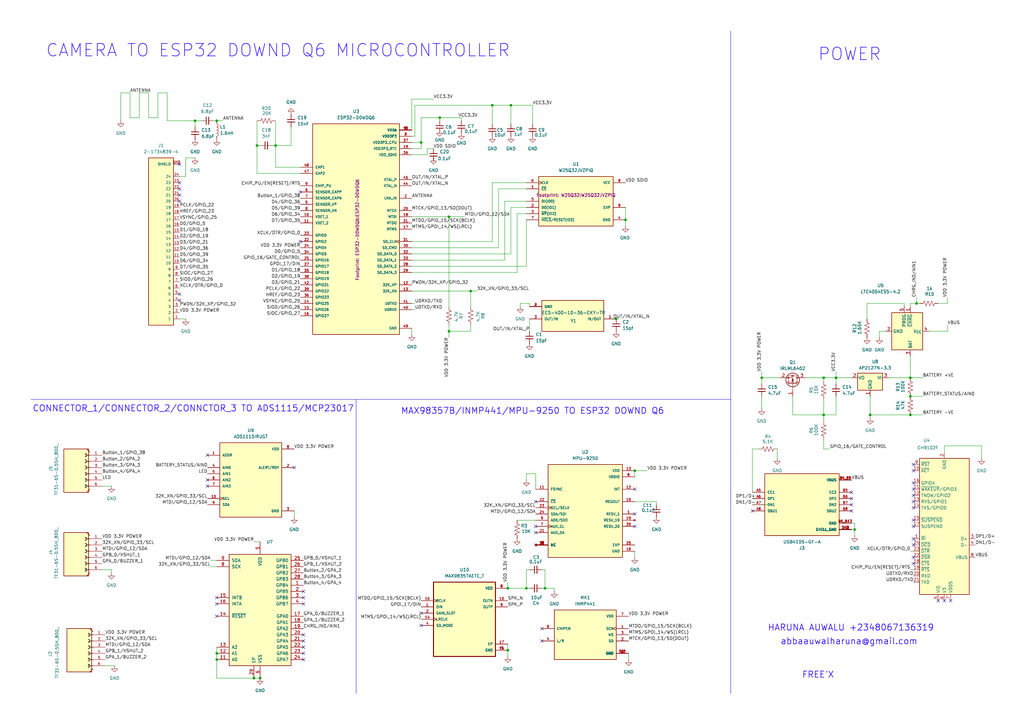
<source format=kicad_sch>
(kicad_sch (version 20231120) (generator "eeschema") (generator_version "8.0")
  (paper "A3")
  (title_block (date "2025-03-06"))
  (junction (at 215.9 241.3))
  (junction (at 88.9 49.53))
  (junction (at 312.42 154.94))
  (junction (at 184.15 135.89))
  (junction (at 256.54 90.17))
  (junction (at 113.03 59.69))
  (junction (at 208.28 266.7))
  (junction (at 184.15 88.9))
  (junction (at 80.01 49.53))
  (junction (at 373.38 170.18))
  (junction (at 375.92 124.46))
  (junction (at 208.28 241.3))
  (junction (at 342.9 154.94))
  (junction (at 337.82 154.94))
  (junction (at 104.14 278.13))
  (junction (at 223.52 241.3))
  (junction (at 88.9 270.51))
  (junction (at 172.72 58.42))
  (junction (at 106.68 278.13))
  (junction (at 260.35 193.04))
  (junction (at 201.93 43.18))
  (junction (at 252.73 130.81))
  (junction (at 373.38 162.56))
  (junction (at 373.38 154.94))
  (junction (at 193.04 119.38))
  (junction (at 209.55 43.18))
  (junction (at 88.9 267.97))
  (junction (at 350.52 217.17))
  (junction (at 105.41 59.69))
  (junction (at 337.82 170.18))
  (junction (at 356.87 170.18))
  (junction (at 180.34 48.26))
  (no_connect (at 73.66 77.47))
  (no_connect (at 387.35 246.38))
  (no_connect (at 374.65 228.6))
  (no_connect (at 349.25 204.47))
  (no_connect (at 88.9 252.73))
  (no_connect (at 219.71 205.74))
  (no_connect (at 85.09 199.39))
  (no_connect (at 308.61 209.55))
  (no_connect (at 85.09 186.69))
  (no_connect (at 222.25 257.81))
  (no_connect (at 85.09 196.85))
  (no_connect (at 88.9 245.11))
  (no_connect (at 73.66 74.93))
  (no_connect (at 172.72 251.46))
  (no_connect (at 374.65 208.28))
  (no_connect (at 124.46 267.97))
  (no_connect (at 260.35 200.66))
  (no_connect (at 222.25 262.89))
  (no_connect (at 73.66 67.31))
  (no_connect (at 124.46 262.89))
  (no_connect (at 124.46 260.35))
  (no_connect (at 374.65 223.52))
  (no_connect (at 73.66 82.55))
  (no_connect (at 374.65 190.5))
  (no_connect (at 120.65 191.77))
  (no_connect (at 219.71 215.9))
  (no_connect (at 374.65 203.2))
  (no_connect (at 374.65 193.04))
  (no_connect (at 389.89 246.38))
  (no_connect (at 349.25 201.93))
  (no_connect (at 124.46 265.43))
  (no_connect (at 349.25 209.55))
  (no_connect (at 260.35 215.9))
  (no_connect (at 123.19 99.06))
  (no_connect (at 374.65 213.36))
  (no_connect (at 124.46 245.11))
  (no_connect (at 124.46 247.65))
  (no_connect (at 73.66 123.19))
  (no_connect (at 260.35 210.82))
  (no_connect (at 73.66 120.65))
  (no_connect (at 374.65 231.14))
  (no_connect (at 374.65 198.12))
  (no_connect (at 349.25 207.01))
  (no_connect (at 124.46 270.51))
  (no_connect (at 219.71 218.44))
  (no_connect (at 374.65 220.98))
  (no_connect (at 88.9 247.65))
  (no_connect (at 73.66 80.01))
  (no_connect (at 123.19 78.74))
  (no_connect (at 124.46 242.57))
  (no_connect (at 374.65 200.66))
  (no_connect (at 384.81 246.38))
  (no_connect (at 374.65 205.74))
  (no_connect (at 172.72 256.54))
  (no_connect (at 374.65 215.9))
  (wire (pts (xy 113.03 49.53) (xy 113.03 59.69)))
  (wire (pts (xy 41.91 233.68) (xy 45.72 233.68)))
  (wire (pts (xy 375.92 124.46) (xy 377.19 124.46)))
  (wire (pts (xy 355.6 124.46) (xy 355.6 130.81)))
  (wire (pts (xy 168.91 58.42) (xy 172.72 58.42)))
  (wire (pts (xy 337.82 170.18) (xy 342.9 170.18)))
  (wire (pts (xy 87.63 49.53) (xy 88.9 49.53)))
  (wire (pts (xy 373.38 170.18) (xy 356.87 170.18)))
  (wire (pts (xy 215.9 233.68) (xy 215.9 241.3)))
  (wire (pts (xy 349.25 214.63) (xy 350.52 214.63)))
  (wire (pts (xy 325.12 170.18) (xy 337.82 170.18)))
  (wire (pts (xy 212.09 87.63) (xy 215.9 87.63)))
  (wire (pts (xy 201.93 43.18) (xy 201.93 50.8)))
  (wire (pts (xy 218.44 50.8) (xy 218.44 43.18)))
  (wire (pts (xy 172.72 60.96) (xy 172.72 58.42)))
  (wire (pts (xy 388.62 124.46) (xy 388.62 121.92)))
  (wire (pts (xy 190.5 88.9) (xy 184.15 88.9)))
  (wire (pts (xy 373.38 154.94) (xy 364.49 154.94)))
  (wire (pts (xy 184.15 88.9) (xy 168.91 88.9)))
  (wire (pts (xy 49.53 38.1) (xy 49.53 49.53)))
  (wire (pts (xy 170.18 127) (xy 168.91 127)))
  (wire (pts (xy 76.2 72.39) (xy 76.2 64.77)))
  (wire (pts (xy 57.15 48.26) (xy 53.34 48.26)))
  (wire (pts (xy 312.42 167.64) (xy 312.42 162.56)))
  (wire (pts (xy 373.38 146.05) (xy 373.38 154.94)))
  (wire (pts (xy 180.34 48.26) (xy 180.34 49.53)))
  (wire (pts (xy 73.66 72.39) (xy 76.2 72.39)))
  (wire (pts (xy 88.9 265.43) (xy 88.9 267.97)))
  (wire (pts (xy 227.33 241.3) (xy 223.52 241.3)))
  (wire (pts (xy 207.01 82.55) (xy 215.9 82.55)))
  (wire (pts (xy 387.35 182.88) (xy 402.59 182.88)))
  (wire (pts (xy 170.18 55.88) (xy 168.91 55.88)))
  (wire (pts (xy 215.9 194.31) (xy 219.71 194.31)))
  (wire (pts (xy 373.38 125.73) (xy 373.38 124.46)))
  (wire (pts (xy 215.9 233.68) (xy 217.17 233.68)))
  (wire (pts (xy 175.26 60.96) (xy 177.8 60.96)))
  (wire (pts (xy 222.25 233.68) (xy 223.52 233.68)))
  (wire (pts (xy 86.36 232.41) (xy 88.9 232.41)))
  (wire (pts (xy 309.88 204.47) (xy 308.61 204.47)))
  (wire (pts (xy 213.36 125.73) (xy 213.36 124.46)))
  (wire (pts (xy 373.38 170.18) (xy 378.46 170.18)))
  (wire (pts (xy 88.9 270.51) (xy 88.9 278.13)))
  (wire (pts (xy 208.28 264.16) (xy 208.28 266.7)))
  (wire (pts (xy 373.38 226.06) (xy 374.65 226.06)))
  (wire (pts (xy 168.91 111.76) (xy 212.09 111.76)))
  (wire (pts (xy 193.04 135.89) (xy 184.15 135.89)))
  (wire (pts (xy 168.91 101.6) (xy 204.47 101.6)))
  (wire (pts (xy 342.9 154.94) (xy 349.25 154.94)))
  (wire (pts (xy 60.96 38.1) (xy 57.15 38.1)))
  (wire (pts (xy 170.18 43.18) (xy 201.93 43.18)))
  (wire (pts (xy 53.34 48.26) (xy 53.34 38.1)))
  (wire (pts (xy 168.91 40.64) (xy 177.8 40.64)))
  (wire (pts (xy 217.17 130.81) (xy 217.17 135.89)))
  (wire (pts (xy 308.61 184.15) (xy 311.15 184.15)))
  (wire (pts (xy 195.58 119.38) (xy 193.04 119.38)))
  (wire (pts (xy 201.93 74.93) (xy 201.93 99.06)))
  (wire (pts (xy 215.9 194.31) (xy 215.9 196.85)))
  (wire (pts (xy 76.2 64.77) (xy 80.01 64.77)))
  (wire (pts (xy 168.91 99.06) (xy 201.93 99.06)))
  (wire (pts (xy 204.47 77.47) (xy 215.9 77.47)))
  (wire (pts (xy 53.34 38.1) (xy 49.53 38.1)))
  (wire (pts (xy 373.38 124.46) (xy 375.92 124.46)))
  (wire (pts (xy 337.82 163.83) (xy 337.82 170.18)))
  (wire (pts (xy 168.91 109.22) (xy 215.9 109.22)))
  (wire (pts (xy 207.01 106.68) (xy 207.01 82.55)))
  (wire (pts (xy 45.72 233.68) (xy 45.72 234.95)))
  (wire (pts (xy 120.65 209.55) (xy 120.65 212.09)))
  (wire (pts (xy 370.84 124.46) (xy 355.6 124.46)))
  (wire (pts (xy 172.72 48.26) (xy 172.72 58.42)))
  (wire (pts (xy 227.33 241.3) (xy 227.33 242.57)))
  (wire (pts (xy 64.77 48.26) (xy 60.96 48.26)))
  (wire (pts (xy 342.9 170.18) (xy 342.9 162.56)))
  (wire (pts (xy 73.66 130.81) (xy 76.2 130.81)))
  (wire (pts (xy 168.91 53.34) (xy 168.91 40.64)))
  (wire (pts (xy 260.35 226.06) (xy 260.35 228.6)))
  (wire (pts (xy 337.82 154.94) (xy 337.82 156.21)))
  (wire (pts (xy 342.9 152.4) (xy 342.9 154.94)))
  (wire (pts (xy 105.41 59.69) (xy 105.41 49.53)))
  (wire (pts (xy 212.09 213.36) (xy 219.71 213.36)))
  (wire (pts (xy 312.42 152.4) (xy 312.42 154.94)))
  (wire (pts (xy 177.8 66.04) (xy 177.8 64.77)))
  (wire (pts (xy 269.24 207.01) (xy 269.24 205.74)))
  (wire (pts (xy 119.38 59.69) (xy 113.03 59.69)))
  (wire (pts (xy 356.87 162.56) (xy 356.87 170.18)))
  (wire (pts (xy 215.9 85.09) (xy 209.55 85.09)))
  (wire (pts (xy 360.68 135.89) (xy 360.68 138.43)))
  (wire (pts (xy 215.9 109.22) (xy 215.9 90.17)))
  (wire (pts (xy 223.52 233.68) (xy 223.52 241.3)))
  (wire (pts (xy 41.91 199.39) (xy 45.72 199.39)))
  (wire (pts (xy 260.35 205.74) (xy 269.24 205.74)))
  (wire (pts (xy 170.18 124.46) (xy 168.91 124.46)))
  (wire (pts (xy 60.96 48.26) (xy 60.96 38.1)))
  (wire (pts (xy 184.15 135.89) (xy 184.15 133.35)))
  (polyline (pts (xy 146.05 163.83) (xy 299.72 163.83)))
  (wire (pts (xy 123.19 71.12) (xy 105.41 71.12)))
  (wire (pts (xy 57.15 38.1) (xy 57.15 48.26)))
  (wire (pts (xy 337.82 172.72) (xy 337.82 170.18)))
  (wire (pts (xy 105.41 59.69) (xy 106.68 59.69)))
  (wire (pts (xy 370.84 125.73) (xy 370.84 124.46)))
  (wire (pts (xy 180.34 53.34) (xy 180.34 54.61)))
  (wire (pts (xy 312.42 154.94) (xy 320.04 154.94)))
  (wire (pts (xy 388.62 135.89) (xy 381 135.89)))
  (wire (pts (xy 184.15 88.9) (xy 184.15 125.73)))
  (wire (pts (xy 213.36 124.46) (xy 217.17 124.46)))
  (wire (pts (xy 175.26 63.5) (xy 168.91 63.5)))
  (wire (pts (xy 212.09 111.76) (xy 212.09 87.63)))
  (wire (pts (xy 375.92 121.92) (xy 375.92 124.46)))
  (wire (pts (xy 222.25 241.3) (xy 223.52 241.3)))
  (wire (pts (xy 168.91 106.68) (xy 207.01 106.68)))
  (wire (pts (xy 193.04 133.35) (xy 193.04 135.89)))
  (wire (pts (xy 350.52 217.17) (xy 350.52 219.71)))
  (wire (pts (xy 402.59 182.88) (xy 402.59 187.96)))
  (wire (pts (xy 349.25 217.17) (xy 350.52 217.17)))
  (wire (pts (xy 208.28 266.7) (xy 208.28 269.24)))
  (wire (pts (xy 337.82 184.15) (xy 340.36 184.15)))
  (wire (pts (xy 252.73 130.81) (xy 251.46 130.81)))
  (wire (pts (xy 378.46 162.56) (xy 373.38 162.56)))
  (wire (pts (xy 330.2 154.94) (xy 337.82 154.94)))
  (wire (pts (xy 209.55 43.18) (xy 218.44 43.18)))
  (wire (pts (xy 68.58 38.1) (xy 68.58 49.53)))
  (wire (pts (xy 337.82 154.94) (xy 342.9 154.94)))
  (wire (pts (xy 113.03 68.58) (xy 123.19 68.58)))
  (wire (pts (xy 209.55 85.09) (xy 209.55 104.14)))
  (polyline (pts (xy 146.05 163.83) (xy 146.05 284.48)))
  (wire (pts (xy 215.9 74.93) (xy 201.93 74.93)))
  (wire (pts (xy 388.62 133.35) (xy 388.62 135.89)))
  (wire (pts (xy 184.15 135.89) (xy 184.15 138.43)))
  (wire (pts (xy 201.93 43.18) (xy 209.55 43.18)))
  (wire (pts (xy 219.71 194.31) (xy 219.71 200.66)))
  (wire (pts (xy 105.41 71.12) (xy 105.41 59.69)))
  (wire (pts (xy 356.87 170.18) (xy 356.87 171.45)))
  (wire (pts (xy 346.71 196.85) (xy 349.25 196.85)))
  (wire (pts (xy 119.38 52.07) (xy 119.38 59.69)))
  (wire (pts (xy 337.82 180.34) (xy 337.82 184.15)))
  (wire (pts (xy 193.04 119.38) (xy 193.04 125.73)))
  (wire (pts (xy 325.12 162.56) (xy 325.12 170.18)))
  (wire (pts (xy 350.52 214.63) (xy 350.52 217.17)))
  (wire (pts (xy 180.34 48.26) (xy 172.72 48.26)))
  (wire (pts (xy 373.38 233.68) (xy 374.65 233.68)))
  (wire (pts (xy 68.58 38.1) (xy 64.77 38.1)))
  (wire (pts (xy 257.81 267.97) (xy 257.81 270.51)))
  (wire (pts (xy 256.54 85.09) (xy 256.54 90.17)))
  (wire (pts (xy 68.58 49.53) (xy 80.01 49.53)))
  (wire (pts (xy 260.35 193.04) (xy 260.35 195.58)))
  (wire (pts (xy 342.9 154.94) (xy 342.9 157.48)))
  (wire (pts (xy 88.9 278.13) (xy 104.14 278.13)))
  (wire (pts (xy 170.18 43.18) (xy 170.18 55.88)))
  (wire (pts (xy 193.04 119.38) (xy 168.91 119.38)))
  (wire (pts (xy 113.03 59.69) (xy 113.03 68.58)))
  (wire (pts (xy 308.61 184.15) (xy 308.61 201.93)))
  (wire (pts (xy 104.14 278.13) (xy 106.68 278.13)))
  (wire (pts (xy 387.35 185.42) (xy 387.35 182.88)))
  (wire (pts (xy 215.9 241.3) (xy 217.17 241.3)))
  (wire (pts (xy 64.77 38.1) (xy 64.77 48.26)))
  (wire (pts (xy 46.99 273.05) (xy 43.18 273.05)))
  (wire (pts (xy 189.23 48.26) (xy 180.34 48.26)))
  (wire (pts (xy 312.42 157.48) (xy 312.42 154.94)))
  (wire (pts (xy 88.9 267.97) (xy 88.9 270.51)))
  (wire (pts (xy 189.23 49.53) (xy 189.23 48.26)))
  (wire (pts (xy 308.61 207.01) (xy 314.96 207.01)))
  (wire (pts (xy 204.47 101.6) (xy 204.47 77.47)))
  (wire (pts (xy 318.77 187.96) (xy 318.77 184.15)))
  (wire (pts (xy 80.01 49.53) (xy 82.55 49.53)))
  (wire (pts (xy 208.28 238.76) (xy 208.28 241.3)))
  (wire (pts (xy 168.91 134.62) (xy 168.91 137.16)))
  (wire (pts (xy 384.81 124.46) (xy 388.62 124.46)))
  (wire (pts (xy 209.55 43.18) (xy 209.55 50.8)))
  (wire (pts (xy 168.91 60.96) (xy 172.72 60.96)))
  (wire (pts (xy 378.46 154.94) (xy 373.38 154.94)))
  (wire (pts (xy 265.43 193.04) (xy 260.35 193.04)))
  (wire (pts (xy 80.01 49.53) (xy 80.01 52.07)))
  (wire (pts (xy 256.54 90.17) (xy 256.54 92.71)))
  (wire (pts (xy 88.9 49.53) (xy 91.44 49.53)))
  (wire (pts (xy 104.14 222.25) (xy 106.68 222.25)))
  (wire (pts (xy 175.26 60.96) (xy 175.26 63.5)))
  (polyline (pts (xy 299.72 12.7) (xy 299.72 163.83)))
  (wire (pts (xy 217.17 124.46) (xy 217.17 125.73)))
  (wire (pts (xy 86.36 229.87) (xy 88.9 229.87)))
  (wire (pts (xy 209.55 104.14) (xy 168.91 104.14)))
  (wire (pts (xy 360.68 135.89) (xy 363.22 135.89)))
  (polyline (pts (xy 12.7 163.83) (xy 146.05 163.83)))
  (wire (pts (xy 208.28 241.3) (xy 215.9 241.3)))
  (polyline (pts (xy 299.72 163.83) (xy 299.72 284.48)))
  (wire (pts (xy 111.76 59.69) (xy 113.03 59.69)))
  (text "HARUNA AUWALU +2348067136319" (exclude_from_sim yes) (at 348.996 257.556 0) (effects (font (size 2.54 2.54) (thickness 0.254) (bold yes))))
  (text "CONNECTOR_1/CONNECTOR_2/CONNCTOR_3 TO ADS1115/MCP23017\n" (exclude_from_sim yes) (at 79.248 167.64 0) (effects (font (size 2.54 2.54) (thickness 0.254) (bold yes))))
  (text "MAX98357B/INMP441/MPU-9250 TO ESP32 DOWND Q6\n" (exclude_from_sim yes) (at 218.44 168.656 0) (effects (font (size 2.54 2.54) (thickness 0.254) (bold yes))))
  (text "FREE'X" (exclude_from_sim yes) (at 335.534 276.86 0) (effects (font (size 2.54 2.54) (thickness 0.254) (bold yes))))
  (text "CAMERA TO ESP32 DOWND Q6 MICROCONTROLLER\n" (exclude_from_sim yes) (at 114.046 20.828 0) (effects (font (size 5.08 5.08) (thickness 0.254) (bold yes))))
  (text "abbaauwalharuna@gmail.com" (exclude_from_sim yes) (at 348.234 263.144 0) (effects (font (size 2.54 2.54) (thickness 0.254) (bold yes))))
  (text "POWER" (exclude_from_sim yes) (at 348.488 22.352 0) (effects (font (size 5.08 5.08) (thickness 0.254) (bold yes))))
  (label "OUT{slash}IN{slash}XTAL_N" (at 168.91 76.2 0))
  (label "SIOD{slash}GPIO_26" (at 73.66 115.57 0))
  (label "HREF{slash}GPIO_23" (at 123.19 121.92 180))
  (label "GPB_0{slash}XSHUT_1" (at 41.91 228.6 0))
  (label "BATTERY -VE" (at 378.46 170.18 0))
  (label "MTCK{slash}GPIO_13{slash}SD(DOUT)" (at 168.91 86.36 0))
  (label "Button_3{slash}GPA_3" (at 124.46 237.49 0))
  (label "MTDI{slash}GPIO_12{slash}SDA" (at 190.5 88.9 0))
  (label "VDD SDIO" (at 177.8 60.96 0))
  (label "GPA_1{slash}BUZZER_2" (at 43.18 270.51 0))
  (label "MTMS{slash}GPOI_14{slash}WS(LRCL)" (at 168.91 93.98 0))
  (label "VBUS" (at 400.05 228.6 0))
  (label "GPA_1{slash}BUZZER_2" (at 124.46 255.27 0))
  (label "D3{slash}GPIO_21" (at 123.19 116.84 180))
  (label "ANTENNA" (at 53.34 38.1 0))
  (label "D5{slash}GPIO_39" (at 73.66 105.41 0))
  (label "MTMS{slash}GPOI_14{slash}WS(LRCL)" (at 172.72 254 180))
  (label "VDD 3.3V POWER" (at 257.81 252.73 0))
  (label "VCC3.3V" (at 218.44 43.18 0))
  (label "PCLK{slash}GPIO_22" (at 123.19 119.38 180))
  (label "Button_3{slash}GPA_3" (at 41.91 191.77 0))
  (label "CHRG_IND{slash}AIN1" (at 124.46 257.81 0))
  (label "MTCK{slash}GPIO_13{slash}SD(DOUT)" (at 257.81 262.89 0))
  (label "HREF{slash}GPIO_23" (at 73.66 87.63 0))
  (label "OUT{slash}IN{slash}XTAL_N" (at 251.46 130.81 0))
  (label "D2{slash}GPIO_19" (at 123.19 114.3 180))
  (label "PWDN{slash}32K_XP{slash}GPIO_32" (at 73.66 125.73 0))
  (label "GPIO_16{slash}GATE_CONTROL" (at 340.36 184.15 0))
  (label "MTMS{slash}GPOI_14{slash}WS(LRCL)" (at 257.81 260.35 0))
  (label "VDD 3.3V POWER" (at 43.18 260.35 0))
  (label "Button_2{slash}GPA_2" (at 124.46 234.95 0))
  (label "32K_XN{slash}GPIO_33{slash}SCL" (at 86.36 232.41 180))
  (label "VDD 3.3V POWER" (at 123.19 101.6 180))
  (label "U0TXD{slash}RXD" (at 374.65 236.22 180))
  (label "U0TXD{slash}RXD" (at 170.18 127 0))
  (label "OUT{slash}IN{slash}XTAL_P" (at 168.91 73.66 0))
  (label "32K_XN{slash}GPIO_33{slash}SCL" (at 85.09 204.47 180))
  (label "SPK_P" (at 208.28 248.92 0))
  (label "U0RXD{slash}TXD" (at 170.18 124.46 0))
  (label "GPA_0{slash}BUZZER_1" (at 124.46 252.73 0))
  (label "D4{slash}GPIO_36" (at 73.66 102.87 0))
  (label "CHIP_PU{slash}EN(RESET){slash}RTS" (at 373.38 233.68 180))
  (label "D6{slash}GPIO_34" (at 123.19 88.9 180))
  (label "D1{slash}GPIO_18" (at 73.66 95.25 0))
  (label "VDD 3.3V POWER" (at 208.28 238.76 90))
  (label "Button_1{slash}GPIO_38" (at 41.91 186.69 0))
  (label "VBUS" (at 349.25 196.85 0))
  (label "BATTERY_STATUS{slash}AIN0" (at 85.09 191.77 180))
  (label "SIOD{slash}GPIO_26" (at 123.19 127 180))
  (label "DN1{slash}D-" (at 400.05 223.52 0))
  (label "VCC3.3V" (at 187.96 48.26 0))
  (label "VDD 3.3V POWER" (at 312.42 152.4 90))
  (label "32K_XN{slash}GPIO_33{slash}SCL" (at 195.58 119.38 0))
  (label "CHRG_IND{slash}AIN1" (at 375.92 121.92 90))
  (label "GPOI_17{slash}DIN" (at 123.19 109.22 180))
  (label "U0RXD{slash}TXD" (at 374.65 238.76 180))
  (label "D0{slash}GPIO_5" (at 123.19 104.14 180))
  (label "MTDI{slash}GPIO_12{slash}SDA" (at 43.18 265.43 0))
  (label "D7{slash}GPIO_35" (at 73.66 110.49 0))
  (label "SPK_N" (at 208.28 246.38 0))
  (label "LED" (at 41.91 196.85 0))
  (label "GPB_0{slash}XSHUT_1" (at 124.46 229.87 0))
  (label "D0{slash}GPIO_5" (at 73.66 92.71 0))
  (label "VSYNC{slash}GPIO_25" (at 73.66 90.17 0))
  (label "GPA_0{slash}BUZZER_1" (at 41.91 231.14 0))
  (label "VSYNC{slash}GPIO_25" (at 123.19 124.46 180))
  (label "ANTENNA" (at 168.91 81.28 0))
  (label "VDD 3.3V POWER" (at 104.14 222.25 180))
  (label "D5{slash}GPIO_39" (at 123.19 86.36 180))
  (label "VDD 3.3V POWER" (at 120.65 184.15 0))
  (label "BATTERY +VE" (at 378.46 154.94 0))
  (label "Button_1{slash}GPIO_38" (at 123.19 81.28 180))
  (label "OUT{slash}IN{slash}XTAL_P" (at 217.17 135.89 180))
  (label "DP1{slash}D+" (at 309.88 204.47 180))
  (label "MTDO{slash}GPIO_15{slash}SCK(BCLK)" (at 172.72 246.38 180))
  (label "MTDO{slash}GPIO_15{slash}SCK(BCLK)" (at 257.81 257.81 0))
  (label "32K_XN{slash}GPIO_33{slash}SCL" (at 43.18 262.89 0))
  (label "DN1{slash}D-" (at 309.88 207.01 180))
  (label "D1{slash}GPIO_18" (at 123.19 111.76 180))
  (label "XCLK{slash}DTR{slash}GPIO_0" (at 73.66 118.11 0))
  (label "Button_4{slash}GPA_4" (at 41.91 194.31 0))
  (label "VCC3.3V" (at 342.9 152.4 90))
  (label "PCLK{slash}GPIO_22" (at 73.66 85.09 0))
  (label "MTDI{slash}GPIO_12{slash}SDA" (at 219.71 210.82 180))
  (label "MTDI{slash}GPIO_12{slash}SDA" (at 85.09 207.01 180))
  (label "GPIO_16{slash}GATE_CONTROL" (at 123.19 106.68 180))
  (label "GPB_1{slash}XSHUT_2" (at 43.18 267.97 0))
  (label "VCC3.3V" (at 177.8 40.64 0))
  (label "D2{slash}GPIO_19" (at 73.66 97.79 0))
  (label "PWDN{slash}32K_XP{slash}GPIO_32" (at 168.91 116.84 0))
  (label "DP1{slash}D+" (at 400.05 220.98 0))
  (label "SIOC{slash}GPIO_27" (at 73.66 113.03 0))
  (label "XCLK{slash}DTR{slash}GPIO_0" (at 123.19 96.52 180))
  (label "GPB_1{slash}XSHUT_2" (at 124.46 232.41 0))
  (label "D7{slash}GPIO_35" (at 123.19 91.44 180))
  (label "D4{slash}GPIO_36" (at 123.19 83.82 180))
  (label "SIOC{slash}GPIO_27" (at 123.19 129.54 180))
  (label "VDD 3.3V POWER" (at 265.43 193.04 0))
  (label "32K_XN{slash}GPIO_33{slash}SCL" (at 41.91 223.52 0))
  (label "VDD 3.3V POWER" (at 41.91 220.98 0))
  (label "32K_XN{slash}GPIO_33{slash}SCL" (at 219.71 208.28 180))
  (label "VBUS" (at 388.62 133.35 0))
  (label "MTDI{slash}GPIO_12{slash}SDA" (at 41.91 226.06 0))
  (label "D3{slash}GPIO_21" (at 73.66 100.33 0))
  (label "VDD 3.3V POWER" (at 73.66 128.27 0))
  (label "D6{slash}GPIO_34" (at 73.66 107.95 0))
  (label "GPOI_17{slash}DIN" (at 172.72 248.92 180))
  (label "XCLK{slash}DTR{slash}GPIO_0" (at 373.38 226.06 180))
  (label "Button_2{slash}GPA_2" (at 41.91 189.23 0))
  (label "MTDI{slash}GPIO_12{slash}SDA" (at 86.36 229.87 180))
  (label "BATTERY_STATUS{slash}AIN0" (at 378.46 162.56 0))
  (label "Button_4{slash}GPA_4" (at 124.46 240.03 0))
  (label "LED" (at 85.09 194.31 180))
  (label "ANTENNA" (at 91.44 49.53 0))
  (label "VDD 3.3V POWER" (at 388.62 121.92 90))
  (label "CHIP_PU{slash}EN(RESET){slash}RTS" (at 123.19 76.2 180))
  (label "VDD 3.3V POWER" (at 184.15 138.43 270))
  (label "VDD SDIO" (at 256.54 74.93 0))
  (label "MTDO{slash}GPIO_15{slash}SCK(BCLK)" (at 168.91 91.44 0))
  (symbol (lib_id "power:GND") (at 76.2 130.81 0) (unit 1)
    (property "Reference" "#PWR03" (effects (hide yes)))
    (property "Value" "GND" (at 76.2 135.89 0))
    (property "Description" "Power symbol creates a global label with name \"GND\" , ground" (effects (hide yes)))
  )
  (symbol (lib_id "power:GND") (at 252.73 135.89 0) (unit 1)
    (property "Reference" "#PWR05" (effects (hide yes)))
    (property "Value" "GND" (at 252.73 140.97 0))
    (property "Description" "Power symbol creates a global label with name \"GND\" , ground" (effects (hide yes)))
  )
  (symbol (lib_id "power:GND") (at 217.17 140.97 0) (unit 1)
    (property "Reference" "#PWR06" (effects (hide yes)))
    (property "Value" "GND" (at 217.17 146.05 0))
    (property "Description" "Power symbol creates a global label with name \"GND\" , ground" (effects (hide yes)))
  )
  (symbol (lib_id "power:GND") (at 213.36 125.73 0) (unit 1)
    (property "Reference" "#PWR04" (effects (hide yes)))
    (property "Value" "GND" (at 213.36 130.81 0))
    (property "Description" "Power symbol creates a global label with name \"GND\" , ground" (effects (hide yes)))
  )
  (symbol (lib_id "power:GND") (at 119.38 46.99 180) (unit 1)
    (property "Reference" "#PWR036" (effects (hide yes)))
    (property "Value" "GND" (at 119.38 41.91 0))
    (property "Description" "Power symbol creates a global label with name \"GND\" , ground" (effects (hide yes)))
  )
  (symbol (lib_id "40 MHz_±10ppm_Crystal_10pF_40_Ohms_4-SMD:ECS-400-10-36-CKY-TR") (at 234.95 128.27 180) (unit 1)
    (property "Reference" "Y1" (at 235.204 131.572 0))
    (property "Value" "ECS-400-10-36-CKY-TR" (at 235.204 128.27 0))
    (property "Footprint" "40 MHz_±10ppm_Crystal_10pF_40_Ohms_4-SMD:ECS-400-10-36-CKY-TR" (effects (hide yes)))
    (property "MF" "ECS Inc." (effects (hide yes)))
    (property "DESCRIPTION" "The minature ECX-2236 is a compact SMD Crystal. The industry standard 2.5 x 2.0 x 0.55 mm ceramic package is ideal for today’s SMD manufacturing environment." (effects (hide yes)))
    (property "PACKAGE" "SMD-4 ECX" (effects (hide yes)))
    (property "Package" "ECX-2236-36-4 ECS" (effects (hide yes)))
    (property "Check_prices" "https://www.snapeda.com/parts/ECS-400-10-36-CKY-TR/ECS/view-part/?ref=eda" (effects (hide yes)))
    (property "STANDARD" "Manufacturer Recommendation" (effects (hide yes)))
    (property "PARTREV" "2017" (effects (hide yes)))
    (property "SnapEDA_Link" "https://www.snapeda.com/parts/ECS-400-10-36-CKY-TR/ECS/view-part/?ref=snap" (effects (hide yes)))
    (property "MP" "ECS-400-10-36-CKY-TR" (effects (hide yes)))
    (property "Price" "None" (effects (hide yes)))
    (property "Availability" "In Stock" (effects (hide yes)))
    (property "AVAILABILITY" "Good" (effects (hide yes)))
    (property "Description_1" "\n                        \n                            40 MHz ±10ppm Crystal 10pF 40 Ohms 4-SMD, No Lead\n                        \n" (effects (hide yes)))
  )
  (symbol (lib_id "power:GND") (at 402.59 187.96 0) (unit 1)
    (property "Reference" "#PWR019" (effects (hide yes)))
    (property "Value" "GND" (at 402.59 193.04 0))
    (property "Description" "Power symbol creates a global label with name \"GND\" , ground" (effects (hide yes)))
  )
  (symbol (lib_id "TF31-6S-0.5SH_800-6-pins:TF31-6S-0.5SH_800_") (at 33.02 267.97 0) (unit 1)
    (property "Reference" "J2" (at 20.574 268.224 90))
    (property "Value" "TF31-6S-0.5SH_800_" (at 23.368 267.716 90))
    (property "Footprint" "TF31-6S-0.5SH_800-6-pins:TF31-6S-0.5SH_800-6-pins" (effects (hide yes)))
    (property "MF" "Hirose" (effects (hide yes)))
    (property "Description_1" "\n                        \n                            6 Position FFC, FPC Connector Contacts, Bottom 0.020 (0.50mm) Surface Mount, Right Angle\n                        \n" (effects (hide yes)))
    (property "Package" "None" (effects (hide yes)))
    (property "Price" "None" (effects (hide yes)))
    (property "Check_prices" "https://www.snapeda.com/parts/TF31-6S-0.5SH(800)/Hirose/view-part/?ref=eda" (effects (hide yes)))
    (property "SnapEDA_Link" "https://www.snapeda.com/parts/TF31-6S-0.5SH(800)/Hirose/view-part/?ref=snap" (effects (hide yes)))
    (property "MP" "TF31-6S-0.5SH(800)" (effects (hide yes)))
    (property "Availability" "In Stock" (effects (hide yes)))
    (property "MANUFACTURER" "HRS" (effects (hide yes)))
  )
  (symbol (lib_id "power:GND") (at 209.55 55.88 0) (unit 1)
    (property "Reference" "#PWR013" (effects (hide yes)))
    (property "Value" "GND" (at 209.55 60.96 0))
    (property "Description" "Power symbol creates a global label with name \"GND\" , ground" (effects (hide yes)))
  )
  (symbol (lib_id "power:GND") (at 45.72 234.95 0) (unit 1)
    (property "Reference" "#PWR025" (effects (hide yes)))
    (property "Value" "GND" (at 45.72 240.03 0))
    (property "Description" "Power symbol creates a global label with name \"GND\" , ground" (effects (hide yes)))
  )
  (symbol (lib_id "Device:C_Small") (at 219.71 241.3 270) (unit 1)
    (property "Reference" "C4" (at 218.44 247.396 90) (effects (justify left)))
    (property "Value" "10uF" (at 217.678 245.11 90) (effects (justify left)))
    (property "Footprint" "Capacitor_SMD:C_0201_0603Metric" (effects (hide yes)))
    (property "Description" "Unpolarized capacitor, small symbol" (effects (hide yes)))
  )
  (symbol (lib_id "Device:C_Small") (at 252.73 133.35 0) (unit 1)
    (property "Reference" "C2" (at 255.27 132.0862 0) (effects (justify left)))
    (property "Value" "15pf" (at 255.27 134.6262 0) (effects (justify left)))
    (property "Footprint" "Capacitor_SMD:C_0201_0603Metric" (effects (hide yes)))
    (property "Description" "Unpolarized capacitor, small symbol" (effects (hide yes)))
  )
  (symbol (lib_id "Device:C_Small") (at 269.24 209.55 0) (unit 1)
    (property "Reference" "C11" (at 263.652 207.264 0) (effects (justify left)))
    (property "Value" "0.1uF" (at 263.144 209.296 0) (effects (justify left)))
    (property "Footprint" "Capacitor_SMD:C_0201_0603Metric" (effects (hide yes)))
    (property "Description" "Unpolarized capacitor, small symbol" (effects (hide yes)))
  )
  (symbol (lib_id "ESP32-D0WDQ6:ESP32-D0WDQ6") (at 146.05 93.98 0) (unit 1)
    (property "Reference" "U3" (at 146.05 45.72 0))
    (property "Value" "ESP32-D0WDQ6" (at 146.05 48.26 0))
    (property "Footprint" "ESP32-D0WDQ6:ESP32-D0WDQ6" (at 147.32 94.234 90) (show_name yes) (effects (justify bottom)))
    (property "MF" "Espressif Systems" (effects (hide yes)))
    (property "MAXIMUM_PACKAGE_HEIGHT" "0.9mm" (effects (hide yes)))
    (property "Package" "VFQFN-48 Espressif Systems" (effects (hide yes)))
    (property "Price" "None" (effects (hide yes)))
    (property "Check_prices" "https://www.snapeda.com/parts/ESP32-D0WDQ6/Espressif+Systems/view-part/?ref=eda" (effects (hide yes)))
    (property "STANDARD" "IPC 7351B" (effects (hide yes)))
    (property "PARTREV" "v3.9" (effects (hide yes)))
    (property "SnapEDA_Link" "https://www.snapeda.com/parts/ESP32-D0WDQ6/Espressif+Systems/view-part/?ref=snap" (effects (hide yes)))
    (property "MP" "ESP32-D0WDQ6" (effects (hide yes)))
    (property "Description_1" "\n                        \n                            IC RF TxRx + MCU Bluetooth, WiFi 802.11b/g/n, Bluetooth 4.2 2.412GHz ~ 2.484GHz 48-VFQFN Exposed Pad\n                        \n" (effects (hide yes)))
    (property "MANUFACTURER" "Espressif Systems" (effects (hide yes)))
    (property "Availability" "In Stock" (effects (hide yes)))
    (property "SNAPEDA_PN" "ESP32-D0WDQ6" (effects (hide yes)))
  )
  (symbol (lib_id "power:GND") (at 260.35 228.6 0) (unit 1)
    (property "Reference" "#PWR09" (effects (hide yes)))
    (property "Value" "GND" (at 260.35 233.68 0))
    (property "Description" "Power symbol creates a global label with name \"GND\" , ground" (effects (hide yes)))
  )
  (symbol (lib_id "power:GND") (at 46.99 273.05 0) (unit 1)
    (property "Reference" "#PWR029" (effects (hide yes)))
    (property "Value" "GND" (at 46.99 278.13 0))
    (property "Description" "Power symbol creates a global label with name \"GND\" , ground" (effects (hide yes)))
  )
  (symbol (lib_id "Interface_Expansion:MCP23017_ML") (at 106.68 250.19 0) (unit 1)
    (property "Reference" "U7" (at 109.22 222.25 0) (effects (justify left)))
    (property "Value" "MCP23017_ML" (effects (hide yes)))
    (property "Footprint" "Package_DFN_QFN:QFN-28-1EP_6x6mm_P0.65mm_EP4.25x4.25mm" (effects (hide yes)))
    (property "Datasheet" "http://ww1.microchip.com/downloads/en/DeviceDoc/20001952C.pdf" (effects (hide yes)))
    (property "Description" "16-bit I/O expander, I2C, interrupts, w pull-ups, QFN-28" (effects (hide yes)))
  )
  (symbol (lib_id "power:GND") (at 256.54 92.71 0) (unit 1)
    (property "Reference" "#PWR01" (effects (hide yes)))
    (property "Value" "GND" (at 256.286 97.536 0))
    (property "Description" "Power symbol creates a global label with name \"GND\" , ground" (effects (hide yes)))
  )
  (symbol (lib_id "Device:C_Small") (at 312.42 160.02 0) (unit 1)
    (property "Reference" "C15" (at 314.96 158.7562 0) (effects (justify left)))
    (property "Value" "4.7uF" (at 314.96 161.2962 0) (effects (justify left)))
    (property "Footprint" "Capacitor_SMD:C_0201_0603Metric" (effects (hide yes)))
    (property "Description" "Unpolarized capacitor, small symbol" (effects (hide yes)))
  )
  (symbol (lib_id "Device:C_Small") (at 109.22 59.69 90) (unit 1)
    (property "Reference" "C18" (at 109.2263 53.34 90))
    (property "Value" "3nF" (at 109.2263 55.88 90))
    (property "Footprint" "Capacitor_SMD:C_0201_0603Metric" (effects (hide yes)))
    (property "Description" "Unpolarized capacitor, small symbol" (effects (hide yes)))
  )
  (symbol (lib_id "Device:R_US") (at 212.09 217.17 0) (unit 1)
    (property "Reference" "R3" (at 213.614 215.646 0) (effects (justify left)))
    (property "Value" "10K" (at 213.868 217.932 0) (effects (justify left)))
    (property "Footprint" "Resistor_SMD:R_0201_0603Metric" (effects (hide yes)))
    (property "Description" "Resistor, US symbol" (effects (hide yes)))
  )
  (symbol (lib_id "power:GND") (at 177.8 64.77 0) (unit 1)
    (property "Reference" "#PWR037" (effects (hide yes)))
    (property "Value" "GND" (at 177.8 69.85 0))
    (property "Description" "Power symbol creates a global label with name \"GND\" , ground" (effects (hide yes)))
  )
  (symbol (lib_id "Device:R_US") (at 337.82 160.02 180) (unit 1)
    (property "Reference" "R5" (at 332.74 160.02 90))
    (property "Value" "10K" (at 334.772 159.766 90))
    (property "Footprint" "Resistor_SMD:R_0201_0603Metric" (effects (hide yes)))
    (property "Description" "Resistor, US symbol" (effects (hide yes)))
  )
  (symbol (lib_id "power:GND") (at 318.77 187.96 0) (unit 1)
    (property "Reference" "#PWR026" (effects (hide yes)))
    (property "Value" "GND" (at 318.77 193.04 0))
    (property "Description" "Power symbol creates a global label with name \"GND\" , ground" (effects (hide yes)))
  )
  (symbol (lib_id "2-1734839-4 24-pins:2-1734839-4") (at 66.04 100.33 180) (unit 1)
    (property "Reference" "J1" (at 66.04 59.69 0))
    (property "Value" "2-1734839-4" (at 66.04 62.23 0))
    (property "Footprint" "2-1734839-4 pin-24:2-1734839-4 pin-24" (effects (hide yes)))
    (property "MF" "TE Connectivity" (effects (hide yes)))
    (property "MAXIMUM_PACKAGE_HEIGHT" "2 mm" (effects (hide yes)))
    (property "Package" "None" (effects (hide yes)))
    (property "Price" "None" (effects (hide yes)))
    (property "Check_prices" "https://www.snapeda.com/parts/217348394/TE+Connectivity/view-part/?ref=eda" (effects (hide yes)))
    (property "STANDARD" "Manufacturer Recommendations" (effects (hide yes)))
    (property "PARTREV" "05-06" (effects (hide yes)))
    (property "SnapEDA_Link" "https://www.snapeda.com/parts/217348394/TE+Connectivity/view-part/?ref=snap" (effects (hide yes)))
    (property "MP" "217348394" (effects (hide yes)))
    (property "Description_1" "\n                        \n                            FPC CONN. 0.5MM PITCH T/C,24P Connector System: Flex-to-Board Number of Positions: 24 Centerline (Pitch): .5 mm Centerline (Pitch): .02 in Insertion Force Type: Zero Insertion Force (ZIF) Flex-to-Board 24 .5 mm .02 | 0.5Mm Fpc Connector | Part Number: 2-1734839-4 | Internal Number: 2-1734839-4 | TE Connectivity\n                        \n" (effects (hide yes)))
    (property "Availability" "In Stock" (effects (hide yes)))
    (property "MANUFACTURER" "TE Connectivity" (effects (hide yes)))
  )
  (symbol (lib_id "Device:R_US") (at 314.96 184.15 270) (unit 1)
    (property "Reference" "R4" (at 314.96 179.07 90))
    (property "Value" "5.1K" (at 314.96 181.102 90))
    (property "Footprint" "Resistor_SMD:R_0201_0603Metric" (effects (hide yes)))
    (property "Description" "Resistor, US symbol" (effects (hide yes)))
  )
  (symbol (lib_id "TF31-6S-0.5SH_800-6-pins:TF31-6S-0.5SH_800_") (at 31.75 194.31 0) (unit 1)
    (property "Reference" "J5" (at 20.828 192.278 90))
    (property "Value" "TF31-6S-0.5SH_800_" (at 23.114 192.532 90))
    (property "Footprint" "TF31-6S-0.5SH_800-6-pins:TF31-6S-0.5SH_800-6-pins" (effects (hide yes)))
    (property "MF" "Hirose" (effects (hide yes)))
    (property "Description_1" "\n                        \n                            6 Position FFC, FPC Connector Contacts, Bottom 0.020 (0.50mm) Surface Mount, Right Angle\n                        \n" (effects (hide yes)))
    (property "Package" "None" (effects (hide yes)))
    (property "Price" "None" (effects (hide yes)))
    (property "Check_prices" "https://www.snapeda.com/parts/TF31-6S-0.5SH(800)/Hirose/view-part/?ref=eda" (effects (hide yes)))
    (property "SnapEDA_Link" "https://www.snapeda.com/parts/TF31-6S-0.5SH(800)/Hirose/view-part/?ref=snap" (effects (hide yes)))
    (property "MP" "TF31-6S-0.5SH(800)" (effects (hide yes)))
    (property "Availability" "In Stock" (effects (hide yes)))
    (property "MANUFACTURER" "HRS" (effects (hide yes)))
  )
  (symbol (lib_id "power:GND") (at 356.87 171.45 0) (unit 1)
    (property "Reference" "#PWR027" (effects (hide yes)))
    (property "Value" "GND" (at 356.87 176.53 0))
    (property "Description" "Power symbol creates a global label with name \"GND\" , ground" (effects (hide yes)))
  )
  (symbol (lib_id "Device:R_US") (at 193.04 129.54 0) (unit 1)
    (property "Reference" "R8" (at 198.12 129.54 90))
    (property "Value" "4.7K" (at 196.088 129.794 90))
    (property "Footprint" "Resistor_SMD:R_0201_0603Metric" (effects (hide yes)))
    (property "Description" "Resistor, US symbol" (effects (hide yes)))
  )
  (symbol (lib_id "Device:C_Small") (at 189.23 52.07 0) (unit 1)
    (property "Reference" "C7" (at 191.77 51.816 0) (effects (justify left)))
    (property "Value" "0,1uF" (at 190.5 53.848 0) (effects (justify left)))
    (property "Footprint" "Capacitor_SMD:C_0201_0603Metric" (effects (hide yes)))
    (property "Description" "Unpolarized capacitor, small symbol" (effects (hide yes)))
  )
  (symbol (lib_id "Device:C_Small") (at 180.34 52.07 0) (unit 1)
    (property "Reference" "C6" (at 182.626 52.07 0) (effects (justify left)))
    (property "Value" "0.1uF" (at 181.61 54.356 0) (effects (justify left)))
    (property "Footprint" "Capacitor_SMD:C_0201_0603Metric" (effects (hide yes)))
    (property "Description" "Unpolarized capacitor, small symbol" (effects (hide yes)))
  )
  (symbol (lib_id "power:GND") (at 355.6 138.43 0) (unit 1)
    (property "Reference" "#PWR028" (effects (hide yes)))
    (property "Value" "GND" (at 355.6 143.51 0))
    (property "Description" "Power symbol creates a global label with name \"GND\" , ground" (effects (hide yes)))
  )
  (symbol (lib_id "Transistor_FET:IRLML6402") (at 325.12 157.48 270) (mirror x) (unit 1)
    (property "Reference" "Q1" (at 325.12 148.59 90))
    (property "Value" "IRLML6402" (at 325.12 151.13 90))
    (property "Footprint" "Package_TO_SOT_SMD:SOT-23" (effects (hide yes)))
    (property "Datasheet" "https://www.infineon.com/dgdl/irlml6402pbf.pdf?fileId=5546d462533600a401535668d5c2263c" (effects (hide yes)))
    (property "Description" "-3.7A Id, -20V Vds, 65mOhm Rds, P-Channel HEXFET Power MOSFET, SOT-23" (effects (hide yes)))
  )
  (symbol (lib_id "power:GND") (at 218.44 55.88 0) (unit 1)
    (property "Reference" "#PWR014" (effects (hide yes)))
    (property "Value" "GND" (at 218.44 60.96 0))
    (property "Description" "Power symbol creates a global label with name \"GND\" , ground" (effects (hide yes)))
  )
  (symbol (lib_id "power:GND") (at 269.24 212.09 0) (unit 1)
    (property "Reference" "#PWR016" (effects (hide yes)))
    (property "Value" "GND" (at 269.24 217.17 0))
    (property "Description" "Power symbol creates a global label with name \"GND\" , ground" (effects (hide yes)))
  )
  (symbol (lib_id "power:GND") (at 212.09 220.98 0) (unit 1)
    (property "Reference" "#PWR018" (effects (hide yes)))
    (property "Value" "GND" (at 212.09 226.06 0))
    (property "Description" "Power symbol creates a global label with name \"GND\" , ground" (effects (hide yes)))
  )
  (symbol (lib_id "Device:R_US") (at 337.82 176.53 180) (unit 1)
    (property "Reference" "R6" (at 332.74 176.53 90))
    (property "Value" "100K" (at 334.772 176.276 90))
    (property "Footprint" "Resistor_SMD:R_0201_0603Metric" (effects (hide yes)))
    (property "Description" "Resistor, US symbol" (effects (hide yes)))
  )
  (symbol (lib_id "Device:C_Small") (at 209.55 53.34 0) (unit 1)
    (property "Reference" "C8" (at 211.582 52.832 0) (effects (justify left)))
    (property "Value" "1uF" (at 210.82 55.118 0) (effects (justify left)))
    (property "Footprint" "Capacitor_SMD:C_0201_0603Metric" (effects (hide yes)))
    (property "Description" "Unpolarized capacitor, small symbol" (effects (hide yes)))
  )
  (symbol (lib_id "power:GND") (at 312.42 167.64 0) (unit 1)
    (property "Reference" "#PWR035" (effects (hide yes)))
    (property "Value" "GND" (at 312.42 172.72 0))
    (property "Description" "Power symbol creates a global label with name \"GND\" , ground" (effects (hide yes)))
  )
  (symbol (lib_id "power:GND") (at 360.68 138.43 0) (unit 1)
    (property "Reference" "#PWR023" (effects (hide yes)))
    (property "Value" "GND" (at 360.68 143.51 0))
    (property "Description" "Power symbol creates a global label with name \"GND\" , ground" (effects (hide yes)))
  )
  (symbol (lib_id "Device:L") (at 88.9 53.34 0) (unit 1)
    (property "Reference" "L1" (at 90.17 52.0699 0) (effects (justify left)))
    (property "Value" "1.6nH" (at 90.17 54.6099 0) (effects (justify left)))
    (property "Footprint" "Inductor_SMD:L_0201_0603Metric" (effects (hide yes)))
    (property "Description" "Inductor" (effects (hide yes)))
  )
  (symbol (lib_id "ADS1115IRUGT:ADS1115IRUGT") (at 102.87 196.85 0) (unit 1)
    (property "Reference" "U9" (at 102.87 176.53 0))
    (property "Value" "ADS1115IRUGT" (at 102.87 179.07 0))
    (property "Footprint" "ADS1115IRUGT:ADS1115IRUGT" (effects (hide yes)))
    (property "MF" "Texas Instruments" (effects (hide yes)))
    (property "MAXIMUM_PACKAGE_HEIGHT" "0.4 mm" (effects (hide yes)))
    (property "Package" "X2QFN-10 Texas Instruments" (effects (hide yes)))
    (property "Price" "None" (effects (hide yes)))
    (property "Check_prices" "https://www.snapeda.com/parts/ADS1115IRUGT/Texas+Instruments/view-part/?ref=eda" (effects (hide yes)))
    (property "STANDARD" "Manufacturer Recommendations" (effects (hide yes)))
    (property "PARTREV" "B" (effects (hide yes)))
    (property "SnapEDA_Link" "https://www.snapeda.com/parts/ADS1115IRUGT/Texas+Instruments/view-part/?ref=snap" (effects (hide yes)))
    (property "MP" "ADS1115IRUGT" (effects (hide yes)))
    (property "Description_1" "\n                        \n                            16-bit, 860-SPS, 4-channel, delta-sigma ADC with PGA, oscillator, VREF, comparator and I2C\n                        \n" (effects (hide yes)))
    (property "Availability" "In Stock" (effects (hide yes)))
    (property "MANUFACTURER" "Texas Instruments" (effects (hide yes)))
  )
  (symbol (lib_id "power:GND") (at 180.34 53.34 0) (unit 1)
    (property "Reference" "#PWR011" (effects (hide yes)))
    (property "Value" "GND" (at 180.34 57.404 0))
    (property "Description" "Power symbol creates a global label with name \"GND\" , ground" (effects (hide yes)))
  )
  (symbol (lib_id "power:GND") (at 168.91 137.16 0) (unit 1)
    (property "Reference" "#PWR02" (effects (hide yes)))
    (property "Value" "GND" (at 168.91 142.24 0))
    (property "Description" "Power symbol creates a global label with name \"GND\" , ground" (effects (hide yes)))
  )
  (symbol (lib_id "Device:R_US") (at 184.15 129.54 0) (unit 1)
    (property "Reference" "R7" (at 189.23 129.54 90))
    (property "Value" "4.7K" (at 187.198 129.794 90))
    (property "Footprint" "Resistor_SMD:R_0201_0603Metric" (effects (hide yes)))
    (property "Description" "Resistor, US symbol" (effects (hide yes)))
  )
  (symbol (lib_id "MAX98357AETE_T:MAX98357AETE_T") (at 190.5 254 0) (unit 1)
    (property "Reference" "U10" (at 190.5 233.68 0))
    (property "Value" "MAX98357AETE_T" (at 190.5 236.22 0))
    (property "Footprint" "MAX98357AETE_T:MAX98357AETE_T" (effects (hide yes)))
    (property "MF" "Analog Devices" (effects (hide yes)))
    (property "Description_1" "\n                        \n                            Tiny, Low-Cost, PCM Class D Amplifier with Class AB Performance\n                        \n" (effects (hide yes)))
    (property "Package" "TQFN-16 Maxim" (effects (hide yes)))
    (property "Price" "None" (effects (hide yes)))
    (property "SnapEDA_Link" "https://www.snapeda.com/parts/MAX98357AETE+T/Analog+Devices/view-part/?ref=snap" (effects (hide yes)))
    (property "MP" "MAX98357AETE+T" (effects (hide yes)))
    (property "Availability" "In Stock" (effects (hide yes)))
    (property "Check_prices" "https://www.snapeda.com/parts/MAX98357AETE+T/Analog+Devices/view-part/?ref=eda" (effects (hide yes)))
  )
  (symbol (lib_id "power:GND") (at 88.9 57.15 0) (unit 1)
    (property "Reference" "#PWR020" (effects (hide yes)))
    (property "Value" "GND" (at 88.9 62.23 0))
    (property "Description" "Power symbol creates a global label with name \"GND\" , ground" (effects (hide yes)))
  )
  (symbol (lib_id "Device:R_US") (at 355.6 134.62 180) (unit 1)
    (property "Reference" "R12" (at 350.52 134.62 90))
    (property "Value" "1.65K" (at 352.552 134.366 90))
    (property "Footprint" "Resistor_SMD:R_0201_0603Metric" (effects (hide yes)))
    (property "Description" "Resistor, US symbol" (effects (hide yes)))
  )
  (symbol (lib_id "Device:C_Small") (at 342.9 160.02 0) (unit 1)
    (property "Reference" "C14" (at 345.44 158.7562 0) (effects (justify left)))
    (property "Value" "4.7uF" (at 345.44 161.2962 0) (effects (justify left)))
    (property "Footprint" "Capacitor_SMD:C_0201_0603Metric" (effects (hide yes)))
    (property "Description" "Unpolarized capacitor, small symbol" (effects (hide yes)))
  )
  (symbol (lib_id "Device:C_Small") (at 85.09 49.53 90) (unit 1)
    (property "Reference" "C12" (at 85.0963 43.18 90))
    (property "Value" "6.8pF" (at 85.0963 45.72 90))
    (property "Footprint" "Capacitor_SMD:C_0201_0603Metric" (effects (hide yes)))
    (property "Description" "Unpolarized capacitor, small symbol" (effects (hide yes)))
  )
  (symbol (lib_id "Device:R_US") (at 381 124.46 90) (unit 1)
    (property "Reference" "R10" (at 381.254 120.65 90))
    (property "Value" "1k" (at 381.254 118.364 90))
    (property "Footprint" "Resistor_SMD:R_0201_0603Metric" (effects (hide yes)))
    (property "Description" "Resistor, US symbol" (effects (hide yes)))
  )
  (symbol (lib_id "Device:R_US") (at 109.22 49.53 90) (unit 1)
    (property "Reference" "R20" (at 109.22 44.45 90))
    (property "Value" "20K" (at 109.474 46.482 90))
    (property "Footprint" "Resistor_SMD:R_0201_0603Metric" (effects (hide yes)))
    (property "Description" "Resistor, US symbol" (effects (hide yes)))
  )
  (symbol (lib_id "Device:C_Small") (at 201.93 53.34 0) (unit 1)
    (property "Reference" "C5" (at 203.708 53.34 0) (effects (justify left)))
    (property "Value" "10uF" (at 202.692 55.372 0) (effects (justify left)))
    (property "Footprint" "Capacitor_SMD:C_0201_0603Metric" (effects (hide yes)))
    (property "Description" "Unpolarized capacitor, small symbol" (effects (hide yes)))
  )
  (symbol (lib_id "power:GND") (at 350.52 219.71 0) (unit 1)
    (property "Reference" "#PWR08" (effects (hide yes)))
    (property "Value" "GND" (at 350.52 224.79 0))
    (property "Description" "Power symbol creates a global label with name \"GND\" , ground" (effects (hide yes)))
  )
  (symbol (lib_id "Device:C_Small") (at 177.8 63.5 0) (unit 1)
    (property "Reference" "C20" (at 180.34 62.2362 0) (effects (justify left)))
    (property "Value" "0.1uF" (at 179.578 65.024 0) (effects (justify left)))
    (property "Footprint" "Capacitor_SMD:C_0201_0603Metric" (effects (hide yes)))
    (property "Description" "Unpolarized capacitor, small symbol" (effects (hide yes)))
  )
  (symbol (lib_id "Device:R_US") (at 373.38 158.75 180) (unit 1)
    (property "Reference" "R13" (at 368.3 158.75 90))
    (property "Value" "100K" (at 370.332 158.496 90))
    (property "Footprint" "Resistor_SMD:R_0201_0603Metric" (effects (hide yes)))
    (property "Description" "Resistor, US symbol" (effects (hide yes)))
  )
  (symbol (lib_id "power:GND") (at 201.93 55.88 0) (unit 1)
    (property "Reference" "#PWR010" (effects (hide yes)))
    (property "Value" "GND" (at 201.93 60.96 0))
    (property "Description" "Power symbol creates a global label with name \"GND\" , ground" (effects (hide yes)))
  )
  (symbol (lib_id "power:GND") (at 227.33 242.57 0) (unit 1)
    (property "Reference" "#PWR033" (effects (hide yes)))
    (property "Value" "GND" (at 227.33 247.65 0))
    (property "Description" "Power symbol creates a global label with name \"GND\" , ground" (effects (hide yes)))
  )
  (symbol (lib_id "MPU-9250 SENSOR:MPU-9250") (at 240.03 210.82 0) (unit 1)
    (property "Reference" "U2" (at 240.03 185.42 0))
    (property "Value" "MPU-9250" (at 240.03 187.96 0))
    (property "Footprint" "MPU-9250 SENSOR:MPU-9250 SENSOR" (effects (hide yes)))
    (property "MF" "TDK InvenSense" (effects (hide yes)))
    (property "MAXIMUM_PACKAGE_HEIGHT" "1.05 mm" (effects (hide yes)))
    (property "Package" "TFQFN-24 TDK InvenSense" (effects (hide yes)))
    (property "Price" "None" (effects (hide yes)))
    (property "Check_prices" "https://www.snapeda.com/parts/MPU-9250/TDK/view-part/?ref=eda" (effects (hide yes)))
    (property "STANDARD" "IPC 7351B" (effects (hide yes)))
    (property "PARTREV" "1.1" (effects (hide yes)))
    (property "SnapEDA_Link" "https://www.snapeda.com/parts/MPU-9250/TDK/view-part/?ref=snap" (effects (hide yes)))
    (property "MP" "MPU-9250" (effects (hide yes)))
    (property "Description_1" "\n                        \n                            MPU-9250 series Accelerometer, Gyroscope, Humidity, Magnetometer, Pressure, Temperature Sensor Evaluation Board\n                        \n" (effects (hide yes)))
    (property "MANUFACTURER" "TDK InvenSense" (effects (hide yes)))
    (property "Availability" "In Stock" (effects (hide yes)))
    (property "SNAPEDA_PN" "MPU-9250" (effects (hide yes)))
  )
  (symbol (lib_id "power:GND") (at 208.28 269.24 0) (unit 1)
    (property "Reference" "#PWR031" (effects (hide yes)))
    (property "Value" "GND" (at 208.28 274.32 0))
    (property "Description" "Power symbol creates a global label with name \"GND\" , ground" (effects (hide yes)))
  )
  (symbol (lib_id "Device:C_Small") (at 219.71 233.68 90) (unit 1)
    (property "Reference" "C3" (at 221.234 228.6 90) (effects (justify left)))
    (property "Value" "0.1uF" (at 222.504 230.378 90) (effects (justify left)))
    (property "Footprint" "Capacitor_SMD:C_0201_0603Metric" (effects (hide yes)))
    (property "Description" "Unpolarized capacitor, small symbol" (effects (hide yes)))
  )
  (symbol (lib_id "Device:C_Small") (at 80.01 54.61 0) (unit 1)
    (property "Reference" "C13" (at 82.55 53.3462 0) (effects (justify left)))
    (property "Value" "6.8pF" (at 82.55 55.8862 0) (effects (justify left)))
    (property "Footprint" "Capacitor_SMD:C_0201_0603Metric" (effects (hide yes)))
    (property "Description" "Unpolarized capacitor, small symbol" (effects (hide yes)))
  )
  (symbol (lib_id "Device:C_Small") (at 119.38 49.53 0) (unit 1)
    (property "Reference" "C19" (at 121.92 48.2662 0) (effects (justify left)))
    (property "Value" "10nF" (at 121.92 50.8062 0) (effects (justify left)))
    (property "Footprint" "Capacitor_SMD:C_0201_0603Metric" (effects (hide yes)))
    (property "Description" "Unpolarized capacitor, small symbol" (effects (hide yes)))
  )
  (symbol (lib_id "power:GND") (at 49.53 49.53 0) (unit 1)
    (property "Reference" "#PWR022" (effects (hide yes)))
    (property "Value" "GND" (at 49.53 54.61 0))
    (property "Description" "Power symbol creates a global label with name \"GND\" , ground" (effects (hide yes)))
  )
  (symbol (lib_id "Battery_Management:LTC4054ES5-4.2") (at 373.38 135.89 270) (unit 1)
    (property "Reference" "U5" (at 361.188 117.094 90))
    (property "Value" "LTC4054ES5-4.2" (at 361.188 119.634 90))
    (property "Footprint" "Package_TO_SOT_SMD:TSOT-23-5" (effects (hide yes)))
    (property "Datasheet" "https://www.analog.com/media/en/technical-documentation/data-sheets/405442xf.pdf" (effects (hide yes)))
    (property "Description" "Constant-current/constant-voltage linear charger for single cell lithium-ion batteries with 2.9V Trickle Charge, 4.5V to 6.5V VDD, -40 to +85 degree Celsius, TSOT-23-5" (effects (hide yes)))
  )
  (symbol (lib_id "power:GND") (at 80.01 64.77 0) (unit 1)
    (property "Reference" "#PWR07" (effects (hide yes)))
    (property "Value" "GND" (at 80.01 69.85 0))
    (property "Description" "Power symbol creates a global label with name \"GND\" , ground" (effects (hide yes)))
  )
  (symbol (lib_id "Interface_USB:CH9102F") (at 387.35 215.9 180) (unit 1)
    (property "Reference" "U4" (at 378.714 180.594 0) (effects (justify right)))
    (property "Value" "CH9102F" (at 376.174 183.642 0) (effects (justify right)))
    (property "Footprint" "Package_DFN_QFN:QFN-24-1EP_4x4mm_P0.5mm_EP2.6x2.6mm" (effects (hide yes)))
    (property "Datasheet" "http://www.wch-ic.com/downloads/CH9102DS1_PDF.html" (effects (hide yes)))
    (property "Description" "WCH-IC, Single-Chip USB-to-UART Bridge, USB 2.0 Full-Speed, 4Mbps UART, QFN-24" (effects (hide yes)))
  )
  (symbol (lib_id "USB4105-GF-A TYPE C:USB4105-GF-A") (at 328.93 207.01 0) (unit 1)
    (property "Reference" "J3" (at 328.93 224.79 0))
    (property "Value" "USB4105-GF-A" (at 328.93 222.25 0))
    (property "Footprint" "USB4105-GF-A TYPE C:USB4105-GF-A TYPE C" (effects (hide yes)))
    (property "MF" "GCT" (effects (hide yes)))
    (property "MAXIMUM_PACKAGE_HEIGHT" "3.31 mm" (effects (hide yes)))
    (property "Package" "None" (effects (hide yes)))
    (property "Price" "None" (effects (hide yes)))
    (property "Check_prices" "https://www.snapeda.com/parts/USB4105-GF-A/Global+Connector+Technology/view-part/?ref=eda" (effects (hide yes)))
    (property "STANDARD" "Manufacturer Recommendations" (effects (hide yes)))
    (property "PARTREV" "B4" (effects (hide yes)))
    (property "SnapEDA_Link" "https://www.snapeda.com/parts/USB4105-GF-A/Global+Connector+Technology/view-part/?ref=snap" (effects (hide yes)))
    (property "MP" "USB4105-GF-A" (effects (hide yes)))
    (property "Description_1" "\n                        \n                            USB-C (USB TYPE-C) USB 2.0 Receptacle Connector 24 (16+8 Dummy) Position Surface Mount, Right Angle; Through Hole\n                        \n" (effects (hide yes)))
    (property "Availability" "In Stock" (effects (hide yes)))
    (property "MANUFACTURER" "GCT" (effects (hide yes)))
  )
  (symbol (lib_id "TF31-6S-0.5SH_800-6-pins:TF31-6S-0.5SH_800_") (at 31.75 228.6 0) (unit 1)
    (property "Reference" "J4" (at 20.828 226.568 90))
    (property "Value" "TF31-6S-0.5SH_800_" (at 23.114 226.822 90))
    (property "Footprint" "TF31-6S-0.5SH_800-6-pins:TF31-6S-0.5SH_800-6-pins" (effects (hide yes)))
    (property "MF" "Hirose" (effects (hide yes)))
    (property "Description_1" "\n                        \n                            6 Position FFC, FPC Connector Contacts, Bottom 0.020 (0.50mm) Surface Mount, Right Angle\n                        \n" (effects (hide yes)))
    (property "Package" "None" (effects (hide yes)))
    (property "Price" "None" (effects (hide yes)))
    (property "Check_prices" "https://www.snapeda.com/parts/TF31-6S-0.5SH(800)/Hirose/view-part/?ref=eda" (effects (hide yes)))
    (property "SnapEDA_Link" "https://www.snapeda.com/parts/TF31-6S-0.5SH(800)/Hirose/view-part/?ref=snap" (effects (hide yes)))
    (property "MP" "TF31-6S-0.5SH(800)" (effects (hide yes)))
    (property "Availability" "In Stock" (effects (hide yes)))
    (property "MANUFACTURER" "HRS" (effects (hide yes)))
  )
  (symbol (lib_id "power:GND") (at 80.01 57.15 0) (unit 1)
    (property "Reference" "#PWR021" (effects (hide yes)))
    (property "Value" "GND" (at 80.01 62.23 0))
    (property "Description" "Power symbol creates a global label with name \"GND\" , ground" (effects (hide yes)))
  )
  (symbol (lib_id "Device:R_US") (at 373.38 166.37 180) (unit 1)
    (property "Reference" "R14" (at 368.3 166.37 90))
    (property "Value" "47K" (at 370.332 166.116 90))
    (property "Footprint" "Resistor_SMD:R_0201_0603Metric" (effects (hide yes)))
    (property "Description" "Resistor, US symbol" (effects (hide yes)))
  )
  (symbol (lib_id "W25Q32JVZPIQ:W25Q32JVZPIQ") (at 236.22 82.55 0) (unit 1)
    (property "Reference" "U1" (at 236.22 67.31 0))
    (property "Value" "W25Q32JVZPIQ" (at 236.22 69.85 0))
    (property "Footprint" "W25Q32:W25Q32JVZPIQ" (at 236.22 80.772 0) (show_name yes) (effects (justify bottom)))
    (property "MF" "Winbond" (effects (hide yes)))
    (property "Description_1" "\n                        \n                            FLASH - NOR Memory IC 32Mb (4M x 8) SPI - Quad I/O 133 MHz 8-WSON (6x5)\n                        \n" (effects (hide yes)))
    (property "Package" "WSON-8 Winbond" (effects (hide yes)))
    (property "Price" "None" (effects (hide yes)))
    (property "Check_prices" "https://www.snapeda.com/parts/W25Q32JVZPIQ/Winbond/view-part/?ref=eda" (effects (hide yes)))
    (property "SnapEDA_Link" "https://www.snapeda.com/parts/W25Q32JVZPIQ/Winbond/view-part/?ref=snap" (effects (hide yes)))
    (property "MP" "W25Q32JVZPIQ" (effects (hide yes)))
    (property "Availability" "In Stock" (effects (hide yes)))
    (property "MANUFACTURER" "Winbond Electronics Corp." (effects (hide yes)))
  )
  (symbol (lib_id "power:GND") (at 106.68 278.13 0) (unit 1)
    (property "Reference" "#PWR034" (effects (hide yes)))
    (property "Value" "GND" (at 106.68 283.21 0))
    (property "Description" "Power symbol creates a global label with name \"GND\" , ground" (effects (hide yes)))
  )
  (symbol (lib_id "power:GND") (at 45.72 199.39 0) (unit 1)
    (property "Reference" "#PWR024" (effects (hide yes)))
    (property "Value" "GND" (at 45.72 204.47 0))
    (property "Description" "Power symbol creates a global label with name \"GND\" , ground" (effects (hide yes)))
  )
  (symbol (lib_id "Device:C_Small") (at 218.44 53.34 0) (unit 1)
    (property "Reference" "C9" (at 220.726 53.34 0) (effects (justify left)))
    (property "Value" "0.1uF" (at 219.202 55.372 0) (effects (justify left)))
    (property "Footprint" "Capacitor_SMD:C_0201_0603Metric" (effects (hide yes)))
    (property "Description" "Unpolarized capacitor, small symbol" (effects (hide yes)))
  )
  (symbol (lib_id "power:GND") (at 189.23 54.61 0) (unit 1)
    (property "Reference" "#PWR012" (effects (hide yes)))
    (property "Value" "GND" (at 189.23 58.674 0))
    (property "Description" "Power symbol creates a global label with name \"GND\" , ground" (effects (hide yes)))
  )
  (symbol (lib_id "Device:C_Small") (at 217.17 138.43 0) (unit 1)
    (property "Reference" "C1" (at 219.71 137.1662 0) (effects (justify left)))
    (property "Value" "15pf" (at 219.71 139.7062 0) (effects (justify left)))
    (property "Footprint" "Capacitor_SMD:C_0201_0603Metric" (effects (hide yes)))
    (property "Description" "Unpolarized capacitor, small symbol" (effects (hide yes)))
  )
  (symbol (lib_id "Regulator_Linear:AP2127N-3.3") (at 356.87 154.94 0) (mirror y) (unit 1)
    (property "Reference" "U8" (at 358.902 148.336 0))
    (property "Value" "AP2127N-3.3" (at 358.902 150.876 0))
    (property "Footprint" "Package_TO_SOT_SMD:SOT-23" (effects (hide yes)))
    (property "Datasheet" "https://www.diodes.com/assets/Datasheets/AP2127.pdf" (effects (hide yes)))
    (property "Description" "300mA low dropout linear regulator, shutdown pin, 2.5V-6V input voltage, 3.3V fixed positive output, SOT-23 package" (effects (hide yes)))
  )
  (symbol (lib_id "power:GND") (at 257.81 270.51 0) (unit 1)
    (property "Reference" "#PWR030" (effects (hide yes)))
    (property "Value" "GND" (at 257.81 275.59 0))
    (property "Description" "Power symbol creates a global label with name \"GND\" , ground" (effects (hide yes)))
  )
  (symbol (lib_id "power:GND") (at 120.65 212.09 0) (unit 1)
    (property "Reference" "#PWR032" (effects (hide yes)))
    (property "Value" "GND" (at 120.65 217.17 0))
    (property "Description" "Power symbol creates a global label with name \"GND\" , ground" (effects (hide yes)))
  )
  (symbol (lib_id "INMP441_MIC:INMP441") (at 240.03 260.35 0) (unit 1)
    (property "Reference" "MK1" (at 240.03 245.11 0))
    (property "Value" "INMP441" (at 240.03 247.65 0))
    (property "Footprint" "INMP441_MIC:MIC_INMP441" (effects (hide yes)))
    (property "MF" "TDK InvenSense" (effects (hide yes)))
    (property "MAXIMUM_PACKAGE_HEIGHT" "1.05 mm" (effects (hide yes)))
    (property "Package" "None" (effects (hide yes)))
    (property "Price" "None" (effects (hide yes)))
    (property "Check_prices" "https://www.snapeda.com/parts/INMP441/TDK/view-part/?ref=eda" (effects (hide yes)))
    (property "STANDARD" "Manufacturer Recommendations" (effects (hide yes)))
    (property "PARTREV" "1.1" (effects (hide yes)))
    (property "SnapEDA_Link" "https://www.snapeda.com/parts/INMP441/TDK/view-part/?ref=snap" (effects (hide yes)))
    (property "MP" "INMP441" (effects (hide yes)))
    (property "Description_1" "\n                        \n                            EVAL BOARD MEMS MIC INMP441\n                        \n" (effects (hide yes)))
    (property "Availability" "In Stock" (effects (hide yes)))
    (property "MANUFACTURER" "TDK InvenSense" (effects (hide yes)))
  )
  (symbol (lib_id "power:GND") (at 215.9 196.85 0) (unit 1)
    (property "Reference" "#PWR017" (effects (hide yes)))
    (property "Value" "GND" (at 215.9 201.93 0))
    (property "Description" "Power symbol creates a global label with name \"GND\" , ground" (effects (hide yes)))
  )
)
</source>
